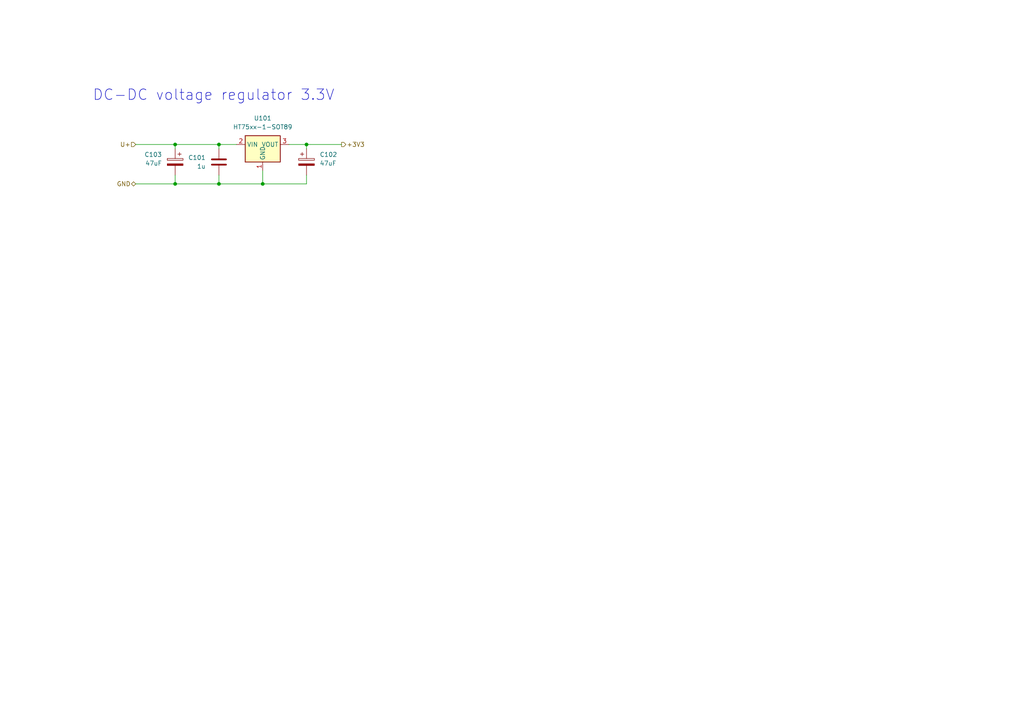
<source format=kicad_sch>
(kicad_sch (version 20231120) (generator "eeschema") (generator_version "8.0")
  (paper "A4")
  (title_block (title "xDuinoRail - LocDecoder - Development Kit") (date "2024-10-09") (rev "v0.2") (company "Chatelain Engineering, Bern - CH"))
  (lib_symbols
    (symbol "Device:C" (pin_numbers hide) (pin_names (offset 0.254))
      (property "Reference" "C" (at 0.635 2.54 0))
      (property "Value" "C" (at 0.635 -2.54 0))
      (symbol "C_0_1"
        (polyline (pts (xy -2.032 -0.762) (xy 2.032 -0.762)) (stroke (width 0.508)))
        (polyline (pts (xy -2.032 0.762) (xy 2.032 0.762)) (stroke (width 0.508)))
      )
      (symbol "C_1_1"
        (pin passive line (at 0 3.81 270) (length 2.794) (name "~") (number "1"))
        (pin passive line (at 0 -3.81 90) (length 2.794) (name "~") (number "2"))
      )
    )
    (symbol "Device:C_Polarized" (pin_numbers hide) (pin_names (offset 0.254))
      (property "Reference" "C" (at 0.635 2.54 0))
      (property "Value" "C_Polarized" (at 0.635 -2.54 0))
      (symbol "C_Polarized_0_1"
        (rectangle (start -2.286 0.508) (end 2.286 1.016))
        (polyline (pts (xy -1.778 2.286) (xy -0.762 2.286)))
        (polyline (pts (xy -1.27 2.794) (xy -1.27 1.778)))
        (rectangle (start 2.286 -0.508) (end -2.286 -1.016) (fill (type outline)))
      )
      (symbol "C_Polarized_1_1"
        (pin passive line (at 0 3.81 270) (length 2.794) (name "~") (number "1"))
        (pin passive line (at 0 -3.81 90) (length 2.794) (name "~") (number "2"))
      )
    )
    (symbol "Regulator_Linear:HT75xx-1-SOT89"
      (property "Reference" "U" (at -5.08 -3.81 0))
      (property "Value" "HT75xx-1-SOT89" (at 0 6.35 0))
      (symbol "HT75xx-1-SOT89_0_1"
        (rectangle (start -5.08 5.08) (end 5.08 -2.54) (stroke (width 0.254)) (fill (type background)))
      )
      (symbol "HT75xx-1-SOT89_1_1"
        (pin power_in line (at 0 -5.08 90) (length 2.54) (name "GND") (number "1"))
        (pin power_in line (at -7.62 2.54 0) (length 2.54) (name "VIN") (number "2"))
        (pin power_out line (at 7.62 2.54 180) (length 2.54) (name "VOUT") (number "3"))
      )
    )
  )
  (junction (at 63.5 41.91))
  (junction (at 50.8 53.34))
  (junction (at 76.2 53.34))
  (junction (at 63.5 53.34))
  (junction (at 88.9 41.91))
  (junction (at 50.8 41.91))
  (wire (pts (xy 83.82 41.91) (xy 88.9 41.91)))
  (wire (pts (xy 76.2 49.53) (xy 76.2 53.34)))
  (wire (pts (xy 50.8 53.34) (xy 63.5 53.34)))
  (wire (pts (xy 76.2 53.34) (xy 88.9 53.34)))
  (wire (pts (xy 50.8 50.8) (xy 50.8 53.34)))
  (wire (pts (xy 88.9 41.91) (xy 99.06 41.91)))
  (wire (pts (xy 63.5 43.18) (xy 63.5 41.91)))
  (wire (pts (xy 63.5 53.34) (xy 76.2 53.34)))
  (wire (pts (xy 50.8 41.91) (xy 50.8 43.18)))
  (wire (pts (xy 50.8 41.91) (xy 63.5 41.91)))
  (wire (pts (xy 39.37 53.34) (xy 50.8 53.34)))
  (wire (pts (xy 88.9 41.91) (xy 88.9 43.18)))
  (wire (pts (xy 63.5 50.8) (xy 63.5 53.34)))
  (wire (pts (xy 39.37 41.91) (xy 50.8 41.91)))
  (wire (pts (xy 63.5 41.91) (xy 68.58 41.91)))
  (wire (pts (xy 88.9 50.8) (xy 88.9 53.34)))
  (text "DC-DC voltage regulator 3.3V\n" (at 61.976 27.686 0) (effects (font (size 3.048 3.048))))
  (hierarchical_label "U+" (shape input) (at 39.37 41.91 180))
  (hierarchical_label "GND" (shape bidirectional) (at 39.37 53.34 180))
  (hierarchical_label "+3V3" (shape output) (at 99.06 41.91 0))
  (symbol (lib_id "Device:C_Polarized") (at 88.9 46.99 0) (unit 1)
    (property "Reference" "C102" (at 92.71 44.831 0) (effects (justify left)))
    (property "Value" "47uF" (at 92.71 47.371 0) (effects (justify left)))
    (property "Footprint" "Capacitor_SMD:C_0805_2012Metric_Pad1.18x1.45mm_HandSolder" (effects (hide yes)))
    (property "Description" "Polarized capacitor" (effects (hide yes)))
    (property "Sim.Device" "C" (effects (hide yes)))
    (property "Sim.Pins" "1=+ 2=-" (effects (hide yes)))
    (property "OLI_ID" "47uF_0805" (effects (hide yes)))
  )
  (symbol (lib_id "Device:C_Polarized") (at 50.8 46.99 0) (mirror y) (unit 1)
    (property "Reference" "C103" (at 46.99 44.831 0) (effects (justify left)))
    (property "Value" "47uF" (at 46.99 47.371 0) (effects (justify left)))
    (property "Footprint" "Capacitor_SMD:C_0805_2012Metric_Pad1.18x1.45mm_HandSolder" (effects (hide yes)))
    (property "Description" "Polarized capacitor" (effects (hide yes)))
    (property "Sim.Device" "C" (effects (hide yes)))
    (property "Sim.Pins" "1=+ 2=-" (effects (hide yes)))
    (property "OLI_ID" "47uF_0805" (effects (hide yes)))
  )
  (symbol (lib_id "Regulator_Linear:HT75xx-1-SOT89") (at 76.2 44.45 0) (unit 1)
    (property "Reference" "U101" (at 76.2 34.29 0))
    (property "Value" "HT75xx-1-SOT89" (at 76.2 36.83 0))
    (property "Footprint" "Package_TO_SOT_SMD:SOT-89-3" (effects (hide yes)))
    (property "Datasheet" "https://www.holtek.com/documents/10179/116711/HT75xx-1v250.pdf" (effects (hide yes)))
    (property "Description" "100mA Low Dropout Voltage Regulator, Fixed Output, SOT89" (effects (hide yes)))
    (property "Sim.Params" "dc=3.3" (effects (hide yes)))
    (property "Sim.Type" "DC" (effects (hide yes)))
    (property "Sim.Device" "V" (effects (hide yes)))
    (property "Sim.Pins" "3=+ 1=-" (effects (hide yes)))
    (property "OLI_ID" "HT7533-1_SOT-89-3" (effects (hide yes)))
  )
  (symbol (lib_id "Device:C") (at 63.5 46.99 0) (mirror y) (unit 1)
    (property "Reference" "C101" (at 59.69 45.72 0) (effects (justify left)))
    (property "Value" "1u" (at 59.69 48.26 0) (effects (justify left)))
    (property "Footprint" "Capacitor_SMD:C_0402_1005Metric" (effects (hide yes)))
    (property "Description" "Unpolarized capacitor" (effects (hide yes)))
    (property "Sim.Device" "C" (effects (hide yes)))
    (property "Sim.Pins" "1=+ 2=-" (effects (hide yes)))
    (property "OLI_ID" "1uF_0402" (effects (hide yes)))
  )
)
</source>
